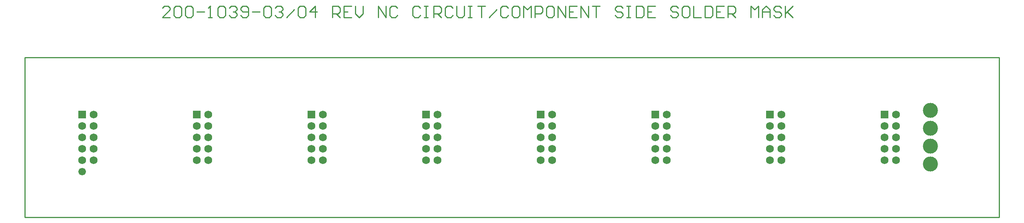
<source format=gbs>
*%FSLAX23Y23*%
*%MOIN*%
G01*
%ADD11C,0.007*%
%ADD12C,0.008*%
%ADD13C,0.010*%
%ADD14C,0.012*%
%ADD15C,0.036*%
%ADD16C,0.056*%
%ADD17C,0.062*%
%ADD18C,0.066*%
%ADD19C,0.068*%
%ADD20C,0.070*%
%ADD21C,0.090*%
%ADD22C,0.100*%
%ADD23C,0.125*%
%ADD24C,0.131*%
%ADD25C,0.250*%
%ADD26R,0.062X0.062*%
%ADD27R,0.068X0.068*%
D13*
X6774Y8802D02*
X6841D01*
X6774D02*
X6841Y8869D01*
Y8885D01*
X6824Y8902D01*
X6791D01*
X6774Y8885D01*
X6874D02*
X6891Y8902D01*
X6924D01*
X6941Y8885D01*
Y8819D01*
X6924Y8802D01*
X6891D01*
X6874Y8819D01*
Y8885D01*
X6974D02*
X6991Y8902D01*
X7024D01*
X7041Y8885D01*
Y8819D01*
X7024Y8802D01*
X6991D01*
X6974Y8819D01*
Y8885D01*
X7074Y8852D02*
X7141D01*
X7174Y8802D02*
X7207D01*
X7191D01*
Y8902D01*
X7192D01*
X7191D02*
X7174Y8885D01*
X7257D02*
X7274Y8902D01*
X7307D01*
X7324Y8885D01*
Y8819D01*
X7307Y8802D01*
X7274D01*
X7257Y8819D01*
Y8885D01*
X7357D02*
X7374Y8902D01*
X7407D01*
X7424Y8885D01*
Y8869D01*
X7425D01*
X7424D02*
X7425D01*
X7424D02*
X7425D01*
X7424D02*
X7407Y8852D01*
X7390D01*
X7407D01*
X7424Y8835D01*
Y8819D01*
X7407Y8802D01*
X7374D01*
X7357Y8819D01*
X7457D02*
X7474Y8802D01*
X7507D01*
X7524Y8819D01*
Y8885D01*
X7507Y8902D01*
X7474D01*
X7457Y8885D01*
Y8869D01*
X7474Y8852D01*
X7524D01*
X7557D02*
X7624D01*
X7657Y8885D02*
X7674Y8902D01*
X7707D01*
X7724Y8885D01*
Y8819D01*
X7707Y8802D01*
X7674D01*
X7657Y8819D01*
Y8885D01*
X7757D02*
X7774Y8902D01*
X7807D01*
X7824Y8885D01*
Y8869D01*
X7825D01*
X7824D02*
X7825D01*
X7824D02*
X7825D01*
X7824D02*
X7807Y8852D01*
X7790D01*
X7807D01*
X7824Y8835D01*
Y8819D01*
X7807Y8802D01*
X7774D01*
X7757Y8819D01*
X7857Y8802D02*
X7924Y8869D01*
X7957Y8885D02*
X7974Y8902D01*
X8007D01*
X8024Y8885D01*
Y8819D01*
X8007Y8802D01*
X7974D01*
X7957Y8819D01*
Y8885D01*
X8107Y8902D02*
Y8802D01*
X8057Y8852D02*
X8107Y8902D01*
X8124Y8852D02*
X8057D01*
X8257Y8802D02*
Y8902D01*
X8307D01*
X8323Y8885D01*
Y8852D01*
X8307Y8835D01*
X8257D01*
X8290D02*
X8323Y8802D01*
X8357Y8902D02*
X8423D01*
X8357D02*
Y8802D01*
X8423D01*
X8390Y8852D02*
X8357D01*
X8457Y8835D02*
Y8902D01*
Y8835D02*
X8490Y8802D01*
X8523Y8835D01*
Y8902D01*
X8657D02*
Y8802D01*
X8723D02*
X8657Y8902D01*
X8723D02*
Y8802D01*
X8823Y8885D02*
X8807Y8902D01*
X8773D01*
X8757Y8885D01*
Y8819D01*
X8773Y8802D01*
X8807D01*
X8823Y8819D01*
X9007Y8902D02*
X9023Y8885D01*
X9007Y8902D02*
X8973D01*
X8957Y8885D01*
Y8819D01*
X8973Y8802D01*
X9007D01*
X9023Y8819D01*
X9057Y8902D02*
X9090D01*
X9073D01*
Y8802D01*
X9057D01*
X9090D01*
X9140D02*
Y8902D01*
X9190D01*
X9207Y8885D01*
Y8852D01*
X9190Y8835D01*
X9140D01*
X9173D02*
X9207Y8802D01*
X9307Y8885D02*
X9290Y8902D01*
X9257D01*
X9240Y8885D01*
Y8819D01*
X9257Y8802D01*
X9290D01*
X9307Y8819D01*
X9340D02*
Y8902D01*
Y8819D02*
X9356Y8802D01*
X9390D01*
X9406Y8819D01*
Y8902D01*
X9440D02*
X9473D01*
X9456D01*
Y8802D01*
X9440D01*
X9473D01*
X9523Y8902D02*
X9590D01*
X9556D01*
Y8802D01*
X9623D02*
X9690Y8869D01*
X9773Y8902D02*
X9790Y8885D01*
X9773Y8902D02*
X9740D01*
X9723Y8885D01*
Y8819D01*
X9740Y8802D01*
X9773D01*
X9790Y8819D01*
X9840Y8902D02*
X9873D01*
X9840D02*
X9823Y8885D01*
Y8819D01*
X9840Y8802D01*
X9873D01*
X9890Y8819D01*
Y8885D01*
X9873Y8902D01*
X9923D02*
Y8802D01*
X9956Y8869D02*
X9923Y8902D01*
X9956Y8869D02*
X9990Y8902D01*
Y8802D01*
X10023D02*
Y8902D01*
X10073D01*
X10090Y8885D01*
Y8852D01*
X10073Y8835D01*
X10023D01*
X10140Y8902D02*
X10173D01*
X10140D02*
X10123Y8885D01*
Y8819D01*
X10140Y8802D01*
X10173D01*
X10190Y8819D01*
Y8885D01*
X10173Y8902D01*
X10223D02*
Y8802D01*
X10290D02*
X10223Y8902D01*
X10290D02*
Y8802D01*
X10323Y8902D02*
X10389D01*
X10323D02*
Y8802D01*
X10389D01*
X10356Y8852D02*
X10323D01*
X10423Y8802D02*
Y8902D01*
X10489Y8802D01*
Y8902D01*
X10523D02*
X10589D01*
X10556D01*
Y8802D01*
X10773Y8902D02*
X10789Y8885D01*
X10773Y8902D02*
X10739D01*
X10723Y8885D01*
Y8869D01*
X10739Y8852D01*
X10773D01*
X10789Y8835D01*
Y8819D01*
X10773Y8802D01*
X10739D01*
X10723Y8819D01*
X10823Y8902D02*
X10856D01*
X10839D01*
Y8802D01*
X10823D01*
X10856D01*
X10906D02*
Y8902D01*
Y8802D02*
X10956D01*
X10973Y8819D01*
Y8885D01*
X10956Y8902D01*
X10906D01*
X11006D02*
X11073D01*
X11006D02*
Y8802D01*
X11073D01*
X11039Y8852D02*
X11006D01*
X11256Y8902D02*
X11273Y8885D01*
X11256Y8902D02*
X11223D01*
X11206Y8885D01*
Y8869D01*
X11223Y8852D01*
X11256D01*
X11273Y8835D01*
Y8819D01*
X11256Y8802D01*
X11223D01*
X11206Y8819D01*
X11323Y8902D02*
X11356D01*
X11323D02*
X11306Y8885D01*
Y8819D01*
X11323Y8802D01*
X11356D01*
X11373Y8819D01*
Y8885D01*
X11356Y8902D01*
X11406D02*
Y8802D01*
X11472D01*
X11506D02*
Y8902D01*
Y8802D02*
X11556D01*
X11572Y8819D01*
Y8885D01*
X11556Y8902D01*
X11506D01*
X11606D02*
X11672D01*
X11606D02*
Y8802D01*
X11672D01*
X11639Y8852D02*
X11606D01*
X11706Y8802D02*
Y8902D01*
X11756D01*
X11772Y8885D01*
Y8852D01*
X11756Y8835D01*
X11706D01*
X11739D02*
X11772Y8802D01*
X11906D02*
Y8902D01*
X11939Y8869D01*
X11972Y8902D01*
Y8802D01*
X12006D02*
Y8869D01*
X12039Y8902D01*
X12072Y8869D01*
Y8802D01*
Y8852D01*
X12006D01*
X12156Y8902D02*
X12172Y8885D01*
X12156Y8902D02*
X12122D01*
X12106Y8885D01*
Y8869D01*
X12122Y8852D01*
X12156D01*
X12172Y8835D01*
Y8819D01*
X12156Y8802D01*
X12122D01*
X12106Y8819D01*
X12206Y8802D02*
Y8902D01*
Y8835D02*
Y8802D01*
Y8835D02*
X12272Y8902D01*
X12222Y8852D01*
X12272Y8802D01*
X14074Y7052D02*
X5574D01*
Y8452D02*
X14074D01*
Y7052D01*
X5574D02*
Y8452D01*
D18*
X6074Y7452D02*
D03*
D19*
X13174Y7552D02*
D03*
X13074D02*
D03*
X13174Y7652D02*
D03*
X13074D02*
D03*
X13174Y7752D02*
D03*
X13074D02*
D03*
X13174Y7852D02*
D03*
X13074D02*
D03*
X13174Y7952D02*
D03*
X12174Y7552D02*
D03*
X12074D02*
D03*
X12174Y7652D02*
D03*
X12074D02*
D03*
X12174Y7752D02*
D03*
X12074D02*
D03*
X12174Y7852D02*
D03*
X12074D02*
D03*
X12174Y7952D02*
D03*
X11174Y7552D02*
D03*
X11074D02*
D03*
X11174Y7652D02*
D03*
X11074D02*
D03*
X11174Y7752D02*
D03*
X11074D02*
D03*
X11174Y7852D02*
D03*
X11074D02*
D03*
X11174Y7952D02*
D03*
X10174Y7552D02*
D03*
X10074D02*
D03*
X10174Y7652D02*
D03*
X10074D02*
D03*
X10174Y7752D02*
D03*
X10074D02*
D03*
X10174Y7852D02*
D03*
X10074D02*
D03*
X10174Y7952D02*
D03*
X9174Y7552D02*
D03*
X9074D02*
D03*
X9174Y7652D02*
D03*
X9074D02*
D03*
X9174Y7752D02*
D03*
X9074D02*
D03*
X9174Y7852D02*
D03*
X9074D02*
D03*
X9174Y7952D02*
D03*
X8174Y7552D02*
D03*
X8074D02*
D03*
X8174Y7652D02*
D03*
X8074D02*
D03*
X8174Y7752D02*
D03*
X8074D02*
D03*
X8174Y7852D02*
D03*
X8074D02*
D03*
X8174Y7952D02*
D03*
X7174Y7552D02*
D03*
X7074D02*
D03*
X7174Y7652D02*
D03*
X7074D02*
D03*
X7174Y7752D02*
D03*
X7074D02*
D03*
X7174Y7852D02*
D03*
X7074D02*
D03*
X7174Y7952D02*
D03*
X6174Y7552D02*
D03*
X6074D02*
D03*
X6174Y7652D02*
D03*
X6074D02*
D03*
X6174Y7752D02*
D03*
X6074D02*
D03*
X6174Y7852D02*
D03*
X6074D02*
D03*
X6174Y7952D02*
D03*
D24*
X13474Y7674D02*
D03*
Y7986D02*
D03*
Y7518D02*
D03*
Y7830D02*
D03*
D27*
X13074Y7952D02*
D03*
X12074D02*
D03*
X11074D02*
D03*
X10074D02*
D03*
X9074D02*
D03*
X8074D02*
D03*
X7074D02*
D03*
X6074D02*
D03*
M02*

</source>
